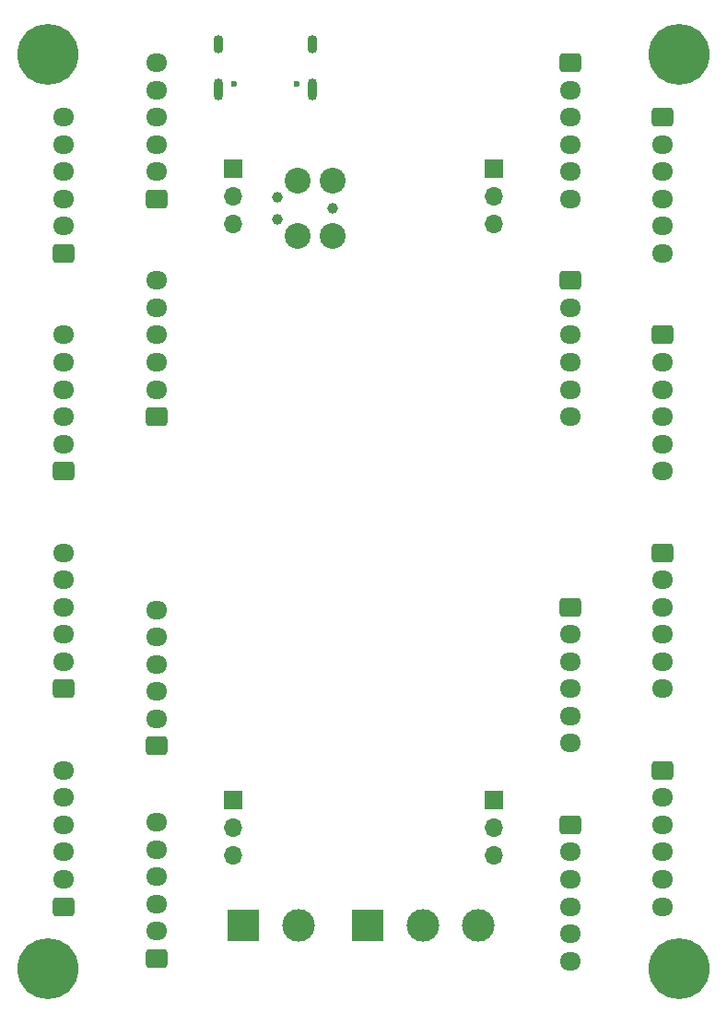
<source format=gbr>
%TF.GenerationSoftware,KiCad,Pcbnew,7.0.1*%
%TF.CreationDate,2023-07-17T00:48:34+01:00*%
%TF.ProjectId,Sensor Hub Board,53656e73-6f72-4204-9875-6220426f6172,rev?*%
%TF.SameCoordinates,Original*%
%TF.FileFunction,Soldermask,Bot*%
%TF.FilePolarity,Negative*%
%FSLAX46Y46*%
G04 Gerber Fmt 4.6, Leading zero omitted, Abs format (unit mm)*
G04 Created by KiCad (PCBNEW 7.0.1) date 2023-07-17 00:48:34*
%MOMM*%
%LPD*%
G01*
G04 APERTURE LIST*
G04 Aperture macros list*
%AMRoundRect*
0 Rectangle with rounded corners*
0 $1 Rounding radius*
0 $2 $3 $4 $5 $6 $7 $8 $9 X,Y pos of 4 corners*
0 Add a 4 corners polygon primitive as box body*
4,1,4,$2,$3,$4,$5,$6,$7,$8,$9,$2,$3,0*
0 Add four circle primitives for the rounded corners*
1,1,$1+$1,$2,$3*
1,1,$1+$1,$4,$5*
1,1,$1+$1,$6,$7*
1,1,$1+$1,$8,$9*
0 Add four rect primitives between the rounded corners*
20,1,$1+$1,$2,$3,$4,$5,0*
20,1,$1+$1,$4,$5,$6,$7,0*
20,1,$1+$1,$6,$7,$8,$9,0*
20,1,$1+$1,$8,$9,$2,$3,0*%
G04 Aperture macros list end*
%ADD10R,3.000000X3.000000*%
%ADD11C,3.000000*%
%ADD12C,5.600000*%
%ADD13RoundRect,0.250000X0.725000X-0.600000X0.725000X0.600000X-0.725000X0.600000X-0.725000X-0.600000X0*%
%ADD14O,1.950000X1.700000*%
%ADD15R,1.700000X1.700000*%
%ADD16O,1.700000X1.700000*%
%ADD17RoundRect,0.250000X-0.725000X0.600000X-0.725000X-0.600000X0.725000X-0.600000X0.725000X0.600000X0*%
%ADD18C,2.374900*%
%ADD19C,0.990600*%
%ADD20C,0.600000*%
%ADD21O,0.900000X2.000000*%
%ADD22O,0.900000X1.700000*%
G04 APERTURE END LIST*
D10*
%TO.C,J302*%
X140380000Y-138000000D03*
D11*
X145460000Y-138000000D03*
X150540000Y-138000000D03*
%TD*%
D12*
%TO.C,H103*%
X169000000Y-58000000D03*
%TD*%
D13*
%TO.C,J415*%
X120975000Y-91250000D03*
D14*
X120975000Y-88750000D03*
X120975000Y-86250000D03*
X120975000Y-83750000D03*
X120975000Y-81250000D03*
X120975000Y-78750000D03*
%TD*%
D13*
%TO.C,J412*%
X112475000Y-76250000D03*
D14*
X112475000Y-73750000D03*
X112475000Y-71250000D03*
X112475000Y-68750000D03*
X112475000Y-66250000D03*
X112475000Y-63750000D03*
%TD*%
D10*
%TO.C,J203*%
X128920000Y-138000000D03*
D11*
X134000000Y-138000000D03*
%TD*%
D15*
%TO.C,JP402*%
X128000000Y-126460000D03*
D16*
X128000000Y-129000000D03*
X128000000Y-131540000D03*
%TD*%
D12*
%TO.C,H102*%
X111000000Y-142000000D03*
%TD*%
D17*
%TO.C,J405*%
X159025000Y-108750000D03*
D14*
X159025000Y-111250000D03*
X159025000Y-113750000D03*
X159025000Y-116250000D03*
X159025000Y-118750000D03*
X159025000Y-121250000D03*
%TD*%
D12*
%TO.C,H101*%
X111000000Y-58000000D03*
%TD*%
D15*
%TO.C,JP403*%
X152000000Y-68475000D03*
D16*
X152000000Y-71015000D03*
X152000000Y-73555000D03*
%TD*%
D17*
%TO.C,J402*%
X167525000Y-123750000D03*
D14*
X167525000Y-126250000D03*
X167525000Y-128750000D03*
X167525000Y-131250000D03*
X167525000Y-133750000D03*
X167525000Y-136250000D03*
%TD*%
D12*
%TO.C,H104*%
X169000000Y-142000000D03*
%TD*%
D13*
%TO.C,J407*%
X121000000Y-121500000D03*
D14*
X121000000Y-119000000D03*
X121000000Y-116500000D03*
X121000000Y-114000000D03*
X121000000Y-111500000D03*
X121000000Y-109000000D03*
%TD*%
D17*
%TO.C,J406*%
X167525000Y-103750000D03*
D14*
X167525000Y-106250000D03*
X167525000Y-108750000D03*
X167525000Y-111250000D03*
X167525000Y-113750000D03*
X167525000Y-116250000D03*
%TD*%
D17*
%TO.C,J410*%
X159025000Y-58750000D03*
D14*
X159025000Y-61250000D03*
X159025000Y-63750000D03*
X159025000Y-66250000D03*
X159025000Y-68750000D03*
X159025000Y-71250000D03*
%TD*%
D17*
%TO.C,J413*%
X167525000Y-63750000D03*
D14*
X167525000Y-66250000D03*
X167525000Y-68750000D03*
X167525000Y-71250000D03*
X167525000Y-73750000D03*
X167525000Y-76250000D03*
%TD*%
D13*
%TO.C,J403*%
X121000000Y-141000000D03*
D14*
X121000000Y-138500000D03*
X121000000Y-136000000D03*
X121000000Y-133500000D03*
X121000000Y-131000000D03*
X121000000Y-128500000D03*
%TD*%
D18*
%TO.C,J301*%
X137165000Y-74620000D03*
D19*
X137165000Y-72080000D03*
D18*
X137165000Y-69540000D03*
X133990000Y-74620000D03*
X133990000Y-69540000D03*
D19*
X132085000Y-73096000D03*
X132085000Y-71064000D03*
%TD*%
D13*
%TO.C,J416*%
X120975000Y-71250000D03*
D14*
X120975000Y-68750000D03*
X120975000Y-66250000D03*
X120975000Y-63750000D03*
X120975000Y-61250000D03*
X120975000Y-58750000D03*
%TD*%
D13*
%TO.C,J411*%
X112475000Y-96250000D03*
D14*
X112475000Y-93750000D03*
X112475000Y-91250000D03*
X112475000Y-88750000D03*
X112475000Y-86250000D03*
X112475000Y-83750000D03*
%TD*%
D15*
%TO.C,JP404*%
X128000000Y-68460000D03*
D16*
X128000000Y-71000000D03*
X128000000Y-73540000D03*
%TD*%
D20*
%TO.C,J303*%
X133890000Y-60680000D03*
X128110000Y-60680000D03*
D21*
X135325000Y-61170000D03*
X126675000Y-61170000D03*
D22*
X135325000Y-57000000D03*
X126675000Y-57000000D03*
%TD*%
D17*
%TO.C,J414*%
X159025000Y-78750000D03*
D14*
X159025000Y-81250000D03*
X159025000Y-83750000D03*
X159025000Y-86250000D03*
X159025000Y-88750000D03*
X159025000Y-91250000D03*
%TD*%
D17*
%TO.C,J401*%
X159025000Y-128750000D03*
D14*
X159025000Y-131250000D03*
X159025000Y-133750000D03*
X159025000Y-136250000D03*
X159025000Y-138750000D03*
X159025000Y-141250000D03*
%TD*%
D13*
%TO.C,J408*%
X112475000Y-116250000D03*
D14*
X112475000Y-113750000D03*
X112475000Y-111250000D03*
X112475000Y-108750000D03*
X112475000Y-106250000D03*
X112475000Y-103750000D03*
%TD*%
D17*
%TO.C,J409*%
X167525000Y-83750000D03*
D14*
X167525000Y-86250000D03*
X167525000Y-88750000D03*
X167525000Y-91250000D03*
X167525000Y-93750000D03*
X167525000Y-96250000D03*
%TD*%
D15*
%TO.C,JP401*%
X152000000Y-126460000D03*
D16*
X152000000Y-129000000D03*
X152000000Y-131540000D03*
%TD*%
D13*
%TO.C,J404*%
X112475000Y-136250000D03*
D14*
X112475000Y-133750000D03*
X112475000Y-131250000D03*
X112475000Y-128750000D03*
X112475000Y-126250000D03*
X112475000Y-123750000D03*
%TD*%
M02*

</source>
